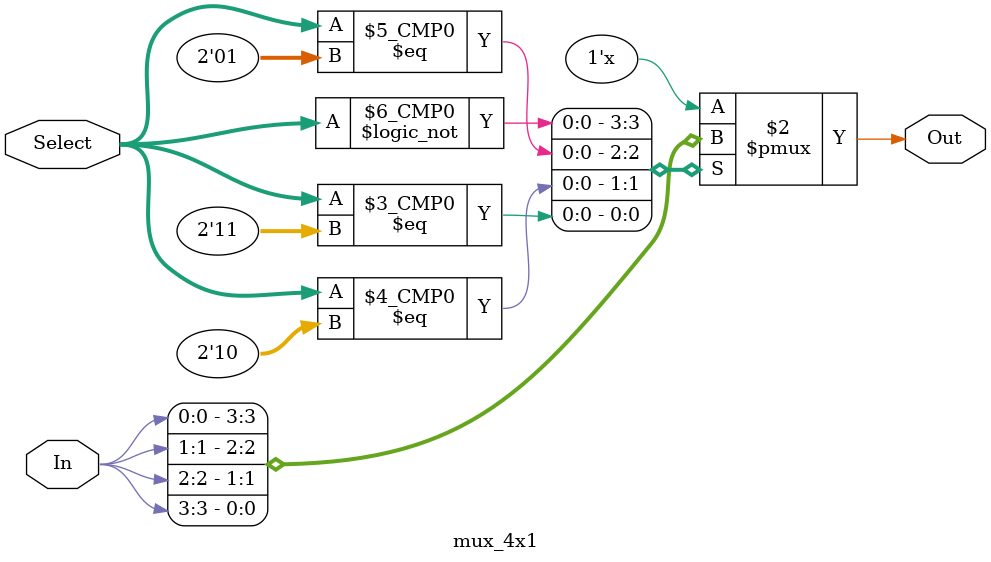
<source format=v>
module	mux_4x1(Out, In, Select);
	output	Out;	
	reg Out;
	input [3:0] In;		
	input [1:0] Select; 
	always @ (In or Select)
	case (Select)
	2'b00: Out=In[0];
	2'b01: Out=In[1];
	2'b10: Out=In[2];
	2'b11: Out=In[3];
	endcase
endmodule
</source>
